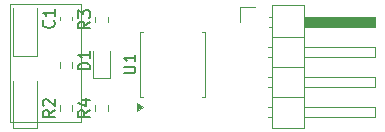
<source format=gbr>
%TF.GenerationSoftware,KiCad,Pcbnew,9.0.6*%
%TF.CreationDate,2025-12-25T20:01:47+05:30*%
%TF.ProjectId,USB,5553422e-6b69-4636-9164-5f7063625858,rev?*%
%TF.SameCoordinates,Original*%
%TF.FileFunction,Legend,Top*%
%TF.FilePolarity,Positive*%
%FSLAX46Y46*%
G04 Gerber Fmt 4.6, Leading zero omitted, Abs format (unit mm)*
G04 Created by KiCad (PCBNEW 9.0.6) date 2025-12-25 20:01:47*
%MOMM*%
%LPD*%
G01*
G04 APERTURE LIST*
%ADD10C,0.150000*%
%ADD11C,0.120000*%
%ADD12C,0.100000*%
G04 APERTURE END LIST*
D10*
X114469819Y-95051904D02*
X115279342Y-95051904D01*
X115279342Y-95051904D02*
X115374580Y-95004285D01*
X115374580Y-95004285D02*
X115422200Y-94956666D01*
X115422200Y-94956666D02*
X115469819Y-94861428D01*
X115469819Y-94861428D02*
X115469819Y-94670952D01*
X115469819Y-94670952D02*
X115422200Y-94575714D01*
X115422200Y-94575714D02*
X115374580Y-94528095D01*
X115374580Y-94528095D02*
X115279342Y-94480476D01*
X115279342Y-94480476D02*
X114469819Y-94480476D01*
X115469819Y-93480476D02*
X115469819Y-94051904D01*
X115469819Y-93766190D02*
X114469819Y-93766190D01*
X114469819Y-93766190D02*
X114612676Y-93861428D01*
X114612676Y-93861428D02*
X114707914Y-93956666D01*
X114707914Y-93956666D02*
X114755533Y-94051904D01*
X111639819Y-90681666D02*
X111163628Y-91014999D01*
X111639819Y-91253094D02*
X110639819Y-91253094D01*
X110639819Y-91253094D02*
X110639819Y-90872142D01*
X110639819Y-90872142D02*
X110687438Y-90776904D01*
X110687438Y-90776904D02*
X110735057Y-90729285D01*
X110735057Y-90729285D02*
X110830295Y-90681666D01*
X110830295Y-90681666D02*
X110973152Y-90681666D01*
X110973152Y-90681666D02*
X111068390Y-90729285D01*
X111068390Y-90729285D02*
X111116009Y-90776904D01*
X111116009Y-90776904D02*
X111163628Y-90872142D01*
X111163628Y-90872142D02*
X111163628Y-91253094D01*
X110639819Y-90348332D02*
X110639819Y-89729285D01*
X110639819Y-89729285D02*
X111020771Y-90062618D01*
X111020771Y-90062618D02*
X111020771Y-89919761D01*
X111020771Y-89919761D02*
X111068390Y-89824523D01*
X111068390Y-89824523D02*
X111116009Y-89776904D01*
X111116009Y-89776904D02*
X111211247Y-89729285D01*
X111211247Y-89729285D02*
X111449342Y-89729285D01*
X111449342Y-89729285D02*
X111544580Y-89776904D01*
X111544580Y-89776904D02*
X111592200Y-89824523D01*
X111592200Y-89824523D02*
X111639819Y-89919761D01*
X111639819Y-89919761D02*
X111639819Y-90205475D01*
X111639819Y-90205475D02*
X111592200Y-90300713D01*
X111592200Y-90300713D02*
X111544580Y-90348332D01*
X108639819Y-98181666D02*
X108163628Y-98514999D01*
X108639819Y-98753094D02*
X107639819Y-98753094D01*
X107639819Y-98753094D02*
X107639819Y-98372142D01*
X107639819Y-98372142D02*
X107687438Y-98276904D01*
X107687438Y-98276904D02*
X107735057Y-98229285D01*
X107735057Y-98229285D02*
X107830295Y-98181666D01*
X107830295Y-98181666D02*
X107973152Y-98181666D01*
X107973152Y-98181666D02*
X108068390Y-98229285D01*
X108068390Y-98229285D02*
X108116009Y-98276904D01*
X108116009Y-98276904D02*
X108163628Y-98372142D01*
X108163628Y-98372142D02*
X108163628Y-98753094D01*
X107735057Y-97800713D02*
X107687438Y-97753094D01*
X107687438Y-97753094D02*
X107639819Y-97657856D01*
X107639819Y-97657856D02*
X107639819Y-97419761D01*
X107639819Y-97419761D02*
X107687438Y-97324523D01*
X107687438Y-97324523D02*
X107735057Y-97276904D01*
X107735057Y-97276904D02*
X107830295Y-97229285D01*
X107830295Y-97229285D02*
X107925533Y-97229285D01*
X107925533Y-97229285D02*
X108068390Y-97276904D01*
X108068390Y-97276904D02*
X108639819Y-97848332D01*
X108639819Y-97848332D02*
X108639819Y-97229285D01*
X111639819Y-94715594D02*
X110639819Y-94715594D01*
X110639819Y-94715594D02*
X110639819Y-94477499D01*
X110639819Y-94477499D02*
X110687438Y-94334642D01*
X110687438Y-94334642D02*
X110782676Y-94239404D01*
X110782676Y-94239404D02*
X110877914Y-94191785D01*
X110877914Y-94191785D02*
X111068390Y-94144166D01*
X111068390Y-94144166D02*
X111211247Y-94144166D01*
X111211247Y-94144166D02*
X111401723Y-94191785D01*
X111401723Y-94191785D02*
X111496961Y-94239404D01*
X111496961Y-94239404D02*
X111592200Y-94334642D01*
X111592200Y-94334642D02*
X111639819Y-94477499D01*
X111639819Y-94477499D02*
X111639819Y-94715594D01*
X111639819Y-93191785D02*
X111639819Y-93763213D01*
X111639819Y-93477499D02*
X110639819Y-93477499D01*
X110639819Y-93477499D02*
X110782676Y-93572737D01*
X110782676Y-93572737D02*
X110877914Y-93667975D01*
X110877914Y-93667975D02*
X110925533Y-93763213D01*
X108544580Y-90581666D02*
X108592200Y-90629285D01*
X108592200Y-90629285D02*
X108639819Y-90772142D01*
X108639819Y-90772142D02*
X108639819Y-90867380D01*
X108639819Y-90867380D02*
X108592200Y-91010237D01*
X108592200Y-91010237D02*
X108496961Y-91105475D01*
X108496961Y-91105475D02*
X108401723Y-91153094D01*
X108401723Y-91153094D02*
X108211247Y-91200713D01*
X108211247Y-91200713D02*
X108068390Y-91200713D01*
X108068390Y-91200713D02*
X107877914Y-91153094D01*
X107877914Y-91153094D02*
X107782676Y-91105475D01*
X107782676Y-91105475D02*
X107687438Y-91010237D01*
X107687438Y-91010237D02*
X107639819Y-90867380D01*
X107639819Y-90867380D02*
X107639819Y-90772142D01*
X107639819Y-90772142D02*
X107687438Y-90629285D01*
X107687438Y-90629285D02*
X107735057Y-90581666D01*
X108639819Y-89629285D02*
X108639819Y-90200713D01*
X108639819Y-89914999D02*
X107639819Y-89914999D01*
X107639819Y-89914999D02*
X107782676Y-90010237D01*
X107782676Y-90010237D02*
X107877914Y-90105475D01*
X107877914Y-90105475D02*
X107925533Y-90200713D01*
X111639819Y-98181666D02*
X111163628Y-98514999D01*
X111639819Y-98753094D02*
X110639819Y-98753094D01*
X110639819Y-98753094D02*
X110639819Y-98372142D01*
X110639819Y-98372142D02*
X110687438Y-98276904D01*
X110687438Y-98276904D02*
X110735057Y-98229285D01*
X110735057Y-98229285D02*
X110830295Y-98181666D01*
X110830295Y-98181666D02*
X110973152Y-98181666D01*
X110973152Y-98181666D02*
X111068390Y-98229285D01*
X111068390Y-98229285D02*
X111116009Y-98276904D01*
X111116009Y-98276904D02*
X111163628Y-98372142D01*
X111163628Y-98372142D02*
X111163628Y-98753094D01*
X110973152Y-97324523D02*
X111639819Y-97324523D01*
X110592200Y-97562618D02*
X111306485Y-97800713D01*
X111306485Y-97800713D02*
X111306485Y-97181666D01*
D11*
%TO.C,U1*%
X115855000Y-91530000D02*
X116125000Y-91530000D01*
X115855000Y-97050000D02*
X115855000Y-91530000D01*
X116125000Y-97050000D02*
X115855000Y-97050000D01*
X121105000Y-91530000D02*
X121375000Y-91530000D01*
X121375000Y-91530000D02*
X121375000Y-97050000D01*
X121375000Y-97050000D02*
X121105000Y-97050000D01*
X116115000Y-97880000D02*
X115645000Y-98220000D01*
X115645000Y-97540000D01*
X116115000Y-97880000D01*
G36*
X116115000Y-97880000D02*
G01*
X115645000Y-98220000D01*
X115645000Y-97540000D01*
X116115000Y-97880000D01*
G37*
%TO.C,R3*%
X112092500Y-90752258D02*
X112092500Y-90277742D01*
X113137500Y-90752258D02*
X113137500Y-90277742D01*
%TO.C,D2*%
X105115000Y-93550000D02*
X105115000Y-89540000D01*
X105115000Y-93550000D02*
X107115000Y-93550000D01*
X107115000Y-93550000D02*
X107115000Y-89540000D01*
%TO.C,U2*%
D12*
X104840000Y-89190000D02*
X110840000Y-89190000D01*
X110840000Y-99190000D01*
X104840000Y-99190000D01*
X104840000Y-89190000D01*
D11*
%TO.C,R2*%
X109092500Y-98252258D02*
X109092500Y-97777742D01*
X110137500Y-98252258D02*
X110137500Y-97777742D01*
%TO.C,D1*%
X111880000Y-93177500D02*
X111880000Y-95462500D01*
X111880000Y-95462500D02*
X113350000Y-95462500D01*
X113350000Y-95462500D02*
X113350000Y-93177500D01*
%TO.C,C1*%
X109105000Y-90555580D02*
X109105000Y-90274420D01*
X110125000Y-90555580D02*
X110125000Y-90274420D01*
%TO.C,R4*%
X112092500Y-98252258D02*
X112092500Y-97777742D01*
X113137500Y-98252258D02*
X113137500Y-97777742D01*
%TO.C,D3*%
X105115000Y-99700000D02*
X105115000Y-95690000D01*
X105115000Y-99700000D02*
X107115000Y-99700000D01*
X107115000Y-99700000D02*
X107115000Y-95690000D01*
%TO.C,J2*%
X124345000Y-89420000D02*
X125615000Y-89420000D01*
X124345000Y-90690000D02*
X124345000Y-89420000D01*
X126692358Y-92800000D02*
X127005000Y-92800000D01*
X126692358Y-93660000D02*
X127005000Y-93660000D01*
X126692358Y-95340000D02*
X127005000Y-95340000D01*
X126692358Y-96200000D02*
X127005000Y-96200000D01*
X126692358Y-97880000D02*
X127005000Y-97880000D01*
X126692358Y-98740000D02*
X127005000Y-98740000D01*
X126775000Y-90260000D02*
X127005000Y-90260000D01*
X126775000Y-91120000D02*
X127005000Y-91120000D01*
X127005000Y-89310000D02*
X127005000Y-99690000D01*
X127005000Y-91960000D02*
X129765000Y-91960000D01*
X127005000Y-94500000D02*
X129765000Y-94500000D01*
X127005000Y-97040000D02*
X129765000Y-97040000D01*
X127005000Y-99690000D02*
X129765000Y-99690000D01*
X129765000Y-89310000D02*
X127005000Y-89310000D01*
X129765000Y-92800000D02*
X135765000Y-92800000D01*
X129765000Y-95340000D02*
X135765000Y-95340000D01*
X129765000Y-97880000D02*
X135765000Y-97880000D01*
X129765000Y-99690000D02*
X129765000Y-89310000D01*
X135765000Y-92800000D02*
X135765000Y-93660000D01*
X135765000Y-93660000D02*
X129765000Y-93660000D01*
X135765000Y-95340000D02*
X135765000Y-96200000D01*
X135765000Y-96200000D02*
X129765000Y-96200000D01*
X135765000Y-97880000D02*
X135765000Y-98740000D01*
X135765000Y-98740000D02*
X129765000Y-98740000D01*
X129765000Y-90260000D02*
X135765000Y-90260000D01*
X135765000Y-91120000D01*
X129765000Y-91120000D01*
X129765000Y-90260000D01*
G36*
X129765000Y-90260000D02*
G01*
X135765000Y-90260000D01*
X135765000Y-91120000D01*
X129765000Y-91120000D01*
X129765000Y-90260000D01*
G37*
%TO.C,R1*%
X109092500Y-94602258D02*
X109092500Y-94127742D01*
X110137500Y-94602258D02*
X110137500Y-94127742D01*
%TD*%
M02*

</source>
